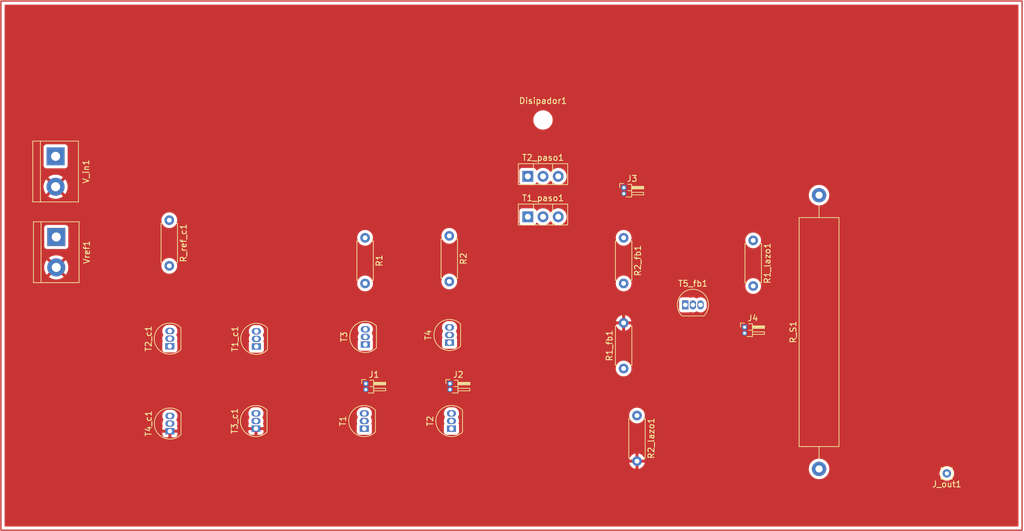
<source format=kicad_pcb>
(kicad_pcb (version 20211014) (generator pcbnew)
  (layers (0 "F.Cu" signal) (31 "B.Cu" signal) (34 "B.Paste" user) (35 "F.Paste" user) (36 "B.SilkS" user "B.Silkscreen") (37 "F.SilkS" user "F.Silkscreen") (38 "B.Mask" user) (39 "F.Mask" user) (44 "Edge.Cuts" user))
  (net 0 "")
  (net 1 "GND")
  (net 2 "Net-(J1-Pad1)")
  (net 3 "Net-(J1-Pad2)")
  (net 4 "Net-(T4-Pad3)")
  (net 5 "Net-(J2-Pad2)")
  (net 6 "Net-(R2_fb1-Pad1)")
  (net 7 "Net-(T2_paso1-Pad2)")
  (net 8 "Net-(J_out1-Pad1)")
  (net 9 "Net-(T5_fb1-Pad1)")
  (net 10 "Net-(T2_paso1-Pad1)")
  (net 11 "Net-(T3-Pad1)")
  (net 12 "Net-(T5_fb1-Pad2)")
  (net 13 "Net-(T2-Pad2)")
  (net 14 "Net-(T4-Pad1)")
  (net 15 "Net-(T1-Pad2)")
  (net 16 "Net-(T1_c1-Pad2)")
  (net 17 "Net-(T1-Pad1)")
  (net 18 "Net-(T1_c1-Pad1)")
  (net 19 "Net-(T2_paso1-Pad3)")
  (net 20 "Net-(T3_c1-Pad2)")
  (footprint "Connector_PinHeader_1.00mm:PinHeader_1x02_P1.00mm_Horizontal" (layer "F.Cu") (at 213.105 118.96)
    (fp_text reference "J4" (at 1.375 -1.5) (layer "F.SilkS"))
    (fp_text value "Conn_01x02_Male")
    (fp_line (start 1.31 -0.21) (end 3.31 -0.21) (layer "F.SilkS") (width 0.12))
    (fp_line (start 1.31 -0.56) (end 1.31 1.56) (layer "F.SilkS") (width 0.12))
    (fp_line (start -0.685 -0.685) (end 0 -0.685) (layer "F.SilkS") (width 0.12))
    (fp_line (start 1.31 -0.03) (end 3.31 -0.03) (layer "F.SilkS") (width 0.12))
    (fp_line (start 1.31 1.56) (end 0.394493 1.56) (layer "F.SilkS") (width 0.12))
    (fp_line (start 1.31 -0.15) (end 3.31 -0.15) (layer "F.SilkS") (width 0.12))
    (fp_line (start 3.31 0.21) (end 1.31 0.21) (layer "F.SilkS") (width 0.12))
    (fp_line (start 0.685 0.5) (end 1.31 0.5) (layer "F.SilkS") (width 0.12))
    (fp_line (start -0.685 0) (end -0.685 -0.685) (layer "F.SilkS") (width 0.12))
    (fp_line (start 0.685 -0.56) (end 1.31 -0.56) (layer "F.SilkS") (width 0.12))
    (fp_line (start 1.31 0.79) (end 3.31 0.79) (layer "F.SilkS") (width 0.12))
    (fp_line (start 1.31 0.09) (end 3.31 0.09) (layer "F.SilkS") (width 0.12))
    (fp_line (start 3.31 0.79) (end 3.31 1.21) (layer "F.SilkS") (width 0.12))
    (fp_line (start 3.31 1.21) (end 1.31 1.21) (layer "F.SilkS") (width 0.12))
    (fp_line (start 3.31 -0.21) (end 3.31 0.21) (layer "F.SilkS") (width 0.12))
    (pad "1" thru_hole rect (at 0 0) (size 0.85 0.85) (drill 0.5) (layers *.Cu *.Mask) (net 8 "Net-(J_out1-Pad1)"))
    (pad "2" thru_hole oval (at 0 1) (size 0.85 0.85) (drill 0.5) (layers *.Cu *.Mask) (net 9 "Net-(T5_fb1-Pad1)"))
  )
  (footprint "Connector_Pin:Pin_D0.7mm_L6.5mm_W1.8mm_FlatFork" (layer "F.Cu") (at 246.85 143.39)
    (fp_text reference "J_out1" (at 0 1.8) (layer "F.SilkS"))
    (fp_text value "Conn_01x01")
    (fp_line (start 0.9 -0.9) (end 0.9 -0.95) (layer "F.SilkS") (width 0.12))
    (fp_line (start 0.9 -0.95) (end -0.95 -0.95) (layer "F.SilkS") (width 0.12))
    (fp_line (start 0.9 0.95) (end 0.9 -0.9) (layer "F.SilkS") (width 0.12))
    (fp_line (start -0.95 0.95) (end 0.9 0.95) (layer "F.SilkS") (width 0.12))
    (fp_line (start -0.95 -0.95) (end -0.95 0.95) (layer "F.SilkS") (width 0.12))
    (pad "1" thru_hole circle (at 0 0) (size 1.4 1.4) (drill 0.7) (layers *.Cu *.Mask) (net 8 "Net-(J_out1-Pad1)"))
  )
  (footprint "Package_TO_SOT_THT:TO-92_Inline" (layer "F.Cu") (at 203.21 115.24)
    (fp_text reference "T5_fb1" (at 1.27 -3.56) (layer "F.SilkS"))
    (fp_text value "2N3904")
    (fp_line (start -0.53 1.85) (end 3.07 1.85) (layer "F.SilkS") (width 0.12))
    (fp_arc (start 1.27 -2.6) (mid 3.672087 -0.994977) (end 3.108478 1.838478) (layer "F.SilkS") (width 0.12))
    (fp_arc (start -0.568478 1.838478) (mid -1.132087 -0.994977) (end 1.27 -2.6) (layer "F.SilkS") (width 0.12))
    (pad "1" thru_hole rect (at 0 0) (size 1.05 1.5) (drill 0.75) (layers *.Cu *.Mask) (net 9 "Net-(T5_fb1-Pad1)"))
    (pad "2" thru_hole oval (at 1.27 0) (size 1.05 1.5) (drill 0.75) (layers *.Cu *.Mask) (net 12 "Net-(T5_fb1-Pad2)"))
    (pad "3" thru_hole oval (at 2.54 0) (size 1.05 1.5) (drill 0.75) (layers *.Cu *.Mask) (net 4 "Net-(T4-Pad3)"))
  )
  (footprint "Package_TO_SOT_THT:TO-92_Inline" (layer "F.Cu") (at 163.87 121.54 90)
    (fp_text reference "T4" (at 1.27 -3.56 90) (layer "F.SilkS"))
    (fp_text value "2N3906")
    (fp_line (start -0.53 1.85) (end 3.07 1.85) (layer "F.SilkS") (width 0.12))
    (fp_arc (start -0.568478 1.838478) (mid -1.132087 -0.994977) (end 1.27 -2.6) (layer "F.SilkS") (width 0.12))
    (fp_arc (start 1.27 -2.6) (mid 3.672087 -0.994977) (end 3.108478 1.838478) (layer "F.SilkS") (width 0.12))
    (pad "1" thru_hole rect (at 0 0 90) (size 1.05 1.5) (drill 0.75) (layers *.Cu *.Mask) (net 14 "Net-(T4-Pad1)"))
    (pad "2" thru_hole oval (at 1.27 0 90) (size 1.05 1.5) (drill 0.75) (layers *.Cu *.Mask) (net 2 "Net-(J1-Pad1)"))
    (pad "3" thru_hole oval (at 2.54 0 90) (size 1.05 1.5) (drill 0.75) (layers *.Cu *.Mask) (net 4 "Net-(T4-Pad3)"))
  )
  (footprint "Resistor_THT:R_Axial_Power_L38.0mm_W6.4mm_P45.72mm" (layer "F.Cu") (at 225.53 142.64 90)
    (fp_text reference "R_S1" (at 22.86 -4.32 90) (layer "F.SilkS"))
    (fp_text value "2")
    (fp_line (start 44.28 0) (end 41.98 0) (layer "F.SilkS") (width 0.12))
    (fp_line (start 41.98 -3.32) (end 3.74 -3.32) (layer "F.SilkS") (width 0.12))
    (fp_line (start 3.74 -3.32) (end 3.74 3.32) (layer "F.SilkS") (width 0.12))
    (fp_line (start 3.74 3.32) (end 41.98 3.32) (layer "F.SilkS") (width 0.12))
    (fp_line (start 41.98 3.32) (end 41.98 -3.32) (layer "F.SilkS") (width 0.12))
    (fp_line (start 1.44 0) (end 3.74 0) (layer "F.SilkS") (width 0.12))
    (pad "1" thru_hole circle (at 0 0 90) (size 2.4 2.4) (drill 1.2) (layers *.Cu *.Mask) (net 6 "Net-(R2_fb1-Pad1)"))
    (pad "2" thru_hole oval (at 45.72 0 90) (size 2.4 2.4) (drill 1.2) (layers *.Cu *.Mask) (net 9 "Net-(T5_fb1-Pad1)"))
  )
  (footprint "Package_TO_SOT_THT:TO-92_Inline" (layer "F.Cu") (at 131.64 122.19 90)
    (fp_text reference "T1_c1" (at 1.27 -3.56 90) (layer "F.SilkS"))
    (fp_text value "2N3904")
    (fp_line (start -0.53 1.85) (end 3.07 1.85) (layer "F.SilkS") (width 0.12))
    (fp_arc (start -0.568478 1.838478) (mid -1.132087 -0.994977) (end 1.27 -2.6) (layer "F.SilkS") (width 0.12))
    (fp_arc (start 1.27 -2.6) (mid 3.672087 -0.994977) (end 3.108478 1.838478) (layer "F.SilkS") (width 0.12))
    (pad "1" thru_hole rect (at 0 0 90) (size 1.05 1.5) (drill 0.75) (layers *.Cu *.Mask) (net 18 "Net-(T1_c1-Pad1)"))
    (pad "2" thru_hole oval (at 1.27 0 90) (size 1.05 1.5) (drill 0.75) (layers *.Cu *.Mask) (net 16 "Net-(T1_c1-Pad2)"))
    (pad "3" thru_hole oval (at 2.54 0 90) (size 1.05 1.5) (drill 0.75) (layers *.Cu *.Mask) (net 17 "Net-(T1-Pad1)"))
  )
  (footprint "Resistor_THT:R_Axial_DIN0207_L6.3mm_D2.5mm_P7.62mm_Horizontal" (layer "F.Cu") (at 192.92 125.87 90)
    (fp_text reference "R1_fb1" (at 3.81 -2.37 90) (layer "F.SilkS"))
    (fp_text value "2.32K")
    (fp_line (start 0.54 1.04) (end 0.54 1.37) (layer "F.SilkS") (width 0.12))
    (fp_line (start 7.08 -1.37) (end 7.08 -1.04) (layer "F.SilkS") (width 0.12))
    (fp_line (start 0.54 1.37) (end 7.08 1.37) (layer "F.SilkS") (width 0.12))
    (fp_line (start 7.08 1.37) (end 7.08 1.04) (layer "F.SilkS") (width 0.12))
    (fp_line (start 0.54 -1.04) (end 0.54 -1.37) (layer "F.SilkS") (width 0.12))
    (fp_line (start 0.54 -1.37) (end 7.08 -1.37) (layer "F.SilkS") (width 0.12))
    (pad "1" thru_hole circle (at 0 0 90) (size 1.6 1.6) (drill 0.8) (layers *.Cu *.Mask) (net 12 "Net-(T5_fb1-Pad2)"))
    (pad "2" thru_hole oval (at 7.62 0 90) (size 1.6 1.6) (drill 0.8) (layers *.Cu *.Mask) (net 1 "GND"))
  )
  (footprint "Package_TO_SOT_THT:TO-126-3_Vertical" (layer "F.Cu") (at 176.93 93.775)
    (fp_text reference "T2_paso1" (at 2.54 -3.12) (layer "F.SilkS"))
    (fp_text value "BD136")
    (fp_line (start -1.58 -2.12) (end -1.58 1.37) (layer "F.SilkS") (width 0.12))
    (fp_line (start 0.94 1.05) (end 0.94 1.37) (layer "F.SilkS") (width 0.12))
    (fp_line (start 4.141 0.54) (end 4.141 1.37) (layer "F.SilkS") (width 0.12))
    (fp_line (start 4.141 -2.12) (end 4.141 -0.54) (layer "F.SilkS") (width 0.12))
    (fp_line (start 0.94 -2.12) (end 0.94 -1.05) (layer "F.SilkS") (width 0.12))
    (fp_line (start -1.58 1.37) (end 6.66 1.37) (layer "F.SilkS") (width 0.12))
    (fp_line (start -1.58 -2.12) (end 6.66 -2.12) (layer "F.SilkS") (width 0.12))
    (fp_line (start 6.66 -2.12) (end 6.66 1.37) (layer "F.SilkS") (width 0.12))
    (pad "1" thru_hole rect (at 0 0) (size 1.8 1.8) (drill 1) (layers *.Cu *.Mask) (net 10 "Net-(T2_paso1-Pad1)"))
    (pad "2" thru_hole oval (at 2.54 0) (size 1.8 1.8) (drill 1) (layers *.Cu *.Mask) (net 7 "Net-(T2_paso1-Pad2)"))
    (pad "3" thru_hole oval (at 5.08 0) (size 1.8 1.8) (drill 1) (layers *.Cu *.Mask) (net 19 "Net-(T2_paso1-Pad3)"))
  )
  (footprint "Resistor_THT:R_Axial_DIN0207_L6.3mm_D2.5mm_P7.62mm_Horizontal" (layer "F.Cu") (at 214.54 104.47 -90)
    (fp_text reference "R1_lazo1" (at 3.81 -2.37 90) (layer "F.SilkS"))
    (fp_text value "100K")
    (fp_line (start 0.54 -1.37) (end 7.08 -1.37) (layer "F.SilkS") (width 0.12))
    (fp_line (start 7.08 1.37) (end 7.08 1.04) (layer "F.SilkS") (width 0.12))
    (fp_line (start 0.54 1.37) (end 7.08 1.37) (layer "F.SilkS") (width 0.12))
    (fp_line (start 7.08 -1.37) (end 7.08 -1.04) (layer "F.SilkS") (width 0.12))
    (fp_line (start 0.54 -1.04) (end 0.54 -1.37) (layer "F.SilkS") (width 0.12))
    (fp_line (start 0.54 1.04) (end 0.54 1.37) (layer "F.SilkS") (width 0.12))
    (pad "1" thru_hole circle (at 0 0 270) (size 1.6 1.6) (drill 0.8) (layers *.Cu *.Mask) (net 8 "Net-(J_out1-Pad1)"))
    (pad "2" thru_hole oval (at 7.62 0 270) (size 1.6 1.6) (drill 0.8) (layers *.Cu *.Mask) (net 13 "Net-(T2-Pad2)"))
  )
  (footprint "Package_TO_SOT_THT:TO-92_Inline" (layer "F.Cu") (at 149.82 121.86 90)
    (fp_text reference "T3" (at 1.27 -3.56 90) (layer "F.SilkS"))
    (fp_text value "2N3906")
    (fp_line (start -0.53 1.85) (end 3.07 1.85) (layer "F.SilkS") (width 0.12))
    (fp_arc (start -0.568478 1.838478) (mid -1.132087 -0.994977) (end 1.27 -2.6) (layer "F.SilkS") (width 0.12))
    (fp_arc (start 1.27 -2.6) (mid 3.672087 -0.994977) (end 3.108478 1.838478) (layer "F.SilkS") (width 0.12))
    (pad "1" thru_hole rect (at 0 0 90) (size 1.05 1.5) (drill 0.75) (layers *.Cu *.Mask) (net 11 "Net-(T3-Pad1)"))
    (pad "2" thru_hole oval (at 1.27 0 90) (size 1.05 1.5) (drill 0.75) (layers *.Cu *.Mask) (net 2 "Net-(J1-Pad1)"))
    (pad "3" thru_hole oval (at 2.54 0 90) (size 1.05 1.5) (drill 0.75) (layers *.Cu *.Mask) (net 2 "Net-(J1-Pad1)"))
  )
  (footprint "Resistor_THT:R_Axial_DIN0207_L6.3mm_D2.5mm_P7.62mm_Horizontal" (layer "F.Cu") (at 149.78 104.04 -90)
    (fp_text reference "R1" (at 3.81 -2.37 90) (layer "F.SilkS"))
    (fp_text value "2.2K")
    (fp_line (start 7.08 -1.37) (end 7.08 -1.04) (layer "F.SilkS") (width 0.12))
    (fp_line (start 0.54 -1.04) (end 0.54 -1.37) (layer "F.SilkS") (width 0.12))
    (fp_line (start 0.54 -1.37) (end 7.08 -1.37) (layer "F.SilkS") (width 0.12))
    (fp_line (start 7.08 1.37) (end 7.08 1.04) (layer "F.SilkS") (width 0.12))
    (fp_line (start 0.54 1.04) (end 0.54 1.37) (layer "F.SilkS") (width 0.12))
    (fp_line (start 0.54 1.37) (end 7.08 1.37) (layer "F.SilkS") (width 0.12))
    (pad "1" thru_hole circle (at 0 0 270) (size 1.6 1.6) (drill 0.8) (layers *.Cu *.Mask) (net 10 "Net-(T2_paso1-Pad1)"))
    (pad "2" thru_hole oval (at 7.62 0 270) (size 1.6 1.6) (drill 0.8) (layers *.Cu *.Mask) (net 11 "Net-(T3-Pad1)"))
  )
  (footprint "Connector_PinHeader_1.00mm:PinHeader_1x02_P1.00mm_Horizontal" (layer "F.Cu") (at 192.955 95.66)
    (fp_text reference "J3" (at 1.375 -1.5) (layer "F.SilkS"))
    (fp_text value "Conn_01x02_Male")
    (fp_line (start 1.31 -0.15) (end 3.31 -0.15) (layer "F.SilkS") (width 0.12))
    (fp_line (start 1.31 1.56) (end 0.394493 1.56) (layer "F.SilkS") (width 0.12))
    (fp_line (start 1.31 -0.03) (end 3.31 -0.03) (layer "F.SilkS") (width 0.12))
    (fp_line (start 0.685 -0.56) (end 1.31 -0.56) (layer "F.SilkS") (width 0.12))
    (fp_line (start 1.31 -0.56) (end 1.31 1.56) (layer "F.SilkS") (width 0.12))
    (fp_line (start 1.31 -0.21) (end 3.31 -0.21) (layer "F.SilkS") (width 0.12))
    (fp_line (start 1.31 0.09) (end 3.31 0.09) (layer "F.SilkS") (width 0.12))
    (fp_line (start 3.31 0.79) (end 3.31 1.21) (layer "F.SilkS") (width 0.12))
    (fp_line (start 3.31 -0.21) (end 3.31 0.21) (layer "F.SilkS") (width 0.12))
    (fp_line (start 3.31 1.21) (end 1.31 1.21) (layer "F.SilkS") (width 0.12))
    (fp_line (start 0.685 0.5) (end 1.31 0.5) (layer "F.SilkS") (width 0.12))
    (fp_line (start -0.685 -0.685) (end 0 -0.685) (layer "F.SilkS") (width 0.12))
    (fp_line (start 3.31 0.21) (end 1.31 0.21) (layer "F.SilkS") (width 0.12))
    (fp_line (start 1.31 0.79) (end 3.31 0.79) (layer "F.SilkS") (width 0.12))
    (fp_line (start -0.685 0) (end -0.685 -0.685) (layer "F.SilkS") (width 0.12))
    (pad "1" thru_hole rect (at 0 0) (size 0.85 0.85) (drill 0.5) (layers *.Cu *.Mask) (net 6 "Net-(R2_fb1-Pad1)"))
    (pad "2" thru_hole oval (at 0 1) (size 0.85 0.85) (drill 0.5) (layers *.Cu *.Mask) (net 7 "Net-(T2_paso1-Pad2)"))
  )
  (footprint "Connector_PinHeader_1.00mm:PinHeader_1x02_P1.00mm_Horizontal" (layer "F.Cu") (at 149.9 128.39)
    (fp_text reference "J1" (at 1.375 -1.5) (layer "F.SilkS"))
    (fp_text value "Conn_01x02_Male")
    (fp_line (start 1.31 -0.15) (end 3.31 -0.15) (layer "F.SilkS") (width 0.12))
    (fp_line (start 0.685 -0.56) (end 1.31 -0.56) (layer "F.SilkS") (width 0.12))
    (fp_line (start 3.31 0.79) (end 3.31 1.21) (layer "F.SilkS") (width 0.12))
    (fp_line (start -0.685 0) (end -0.685 -0.685) (layer "F.SilkS") (width 0.12))
    (fp_line (start -0.685 -0.685) (end 0 -0.685) (layer "F.SilkS") (width 0.12))
    (fp_line (start 1.31 -0.21) (end 3.31 -0.21) (layer "F.SilkS") (width 0.12))
    (fp_line (start 3.31 -0.21) (end 3.31 0.21) (layer "F.SilkS") (width 0.12))
    (fp_line (start 1.31 1.56) (end 0.394493 1.56) (layer "F.SilkS") (width 0.12))
    (fp_line (start 3.31 1.21) (end 1.31 1.21) (layer "F.SilkS") (width 0.12))
    (fp_line (start 1.31 0.09) (end 3.31 0.09) (layer "F.SilkS") (width 0.12))
    (fp_line (start 1.31 -0.56) (end 1.31 1.56) (layer "F.SilkS") (width 0.12))
    (fp_line (start 0.685 0.5) (end 1.31 0.5) (layer "F.SilkS") (width 0.12))
    (fp_line (start 1.31 -0.03) (end 3.31 -0.03) (layer "F.SilkS") (width 0.12))
    (fp_line (start 1.31 0.79) (end 3.31 0.79) (layer "F.SilkS") (width 0.12))
    (fp_line (start 3.31 0.21) (end 1.31 0.21) (layer "F.SilkS") (width 0.12))
    (pad "1" thru_hole rect (at 0 0) (size 0.85 0.85) (drill 0.5) (layers *.Cu *.Mask) (net 2 "Net-(J1-Pad1)"))
    (pad "2" thru_hole oval (at 0 1) (size 0.85 0.85) (drill 0.5) (layers *.Cu *.Mask) (net 3 "Net-(J1-Pad2)"))
  )
  (footprint "Connector_PinHeader_1.00mm:PinHeader_1x02_P1.00mm_Horizontal" (layer "F.Cu") (at 163.95 128.39)
    (fp_text reference "J2" (at 1.375 -1.5) (layer "F.SilkS"))
    (fp_text value "Conn_01x02_Male")
    (fp_line (start 0.685 -0.56) (end 1.31 -0.56) (layer "F.SilkS") (width 0.12))
    (fp_line (start 1.31 1.56) (end 0.394493 1.56) (layer "F.SilkS") (width 0.12))
    (fp_line (start -0.685 -0.685) (end 0 -0.685) (layer "F.SilkS") (width 0.12))
    (fp_line (start -0.685 0) (end -0.685 -0.685) (layer "F.SilkS") (width 0.12))
    (fp_line (start 3.31 0.21) (end 1.31 0.21) (layer "F.SilkS") (width 0.12))
    (fp_line (start 1.31 -0.03) (end 3.31 -0.03) (layer "F.SilkS") (width 0.12))
    (fp_line (start 0.685 0.5) (end 1.31 0.5) (layer "F.SilkS") (width 0.12))
    (fp_line (start 1.31 -0.56) (end 1.31 1.56) (layer "F.SilkS") (width 0.12))
    (fp_line (start 1.31 -0.15) (end 3.31 -0.15) (layer "F.SilkS") (width 0.12))
    (fp_line (start 1.31 0.79) (end 3.31 0.79) (layer "F.SilkS") (width 0.12))
    (fp_line (start 1.31 0.09) (end 3.31 0.09) (layer "F.SilkS") (width 0.12))
    (fp_line (start 3.31 0.79) (end 3.31 1.21) (layer "F.SilkS") (width 0.12))
    (fp_line (start 3.31 1.21) (end 1.31 1.21) (layer "F.SilkS") (width 0.12))
    (fp_line (start 1.31 -0.21) (end 3.31 -0.21) (layer "F.SilkS") (width 0.12))
    (fp_line (start 3.31 -0.21) (end 3.31 0.21) (layer "F.SilkS") (width 0.12))
    (pad "1" thru_hole rect (at 0 0) (size 0.85 0.85) (drill 0.5) (layers *.Cu *.Mask) (net 4 "Net-(T4-Pad3)"))
    (pad "2" thru_hole oval (at 0 1) (size 0.85 0.85) (drill 0.5) (layers *.Cu *.Mask) (net 5 "Net-(J2-Pad2)"))
  )
  (footprint "Resistor_THT:R_Axial_DIN0207_L6.3mm_D2.5mm_P7.62mm_Horizontal" (layer "F.Cu") (at 163.83 103.71 -90)
    (fp_text reference "R2" (at 3.81 -2.37 90) (layer "F.SilkS"))
    (fp_text value "2.2K")
    (fp_line (start 7.08 1.37) (end 7.08 1.04) (layer "F.SilkS") (width 0.12))
    (fp_line (start 0.54 -1.04) (end 0.54 -1.37) (layer "F.SilkS") (width 0.12))
    (fp_line (start 0.54 -1.37) (end 7.08 -1.37) (layer "F.SilkS") (width 0.12))
    (fp_line (start 7.08 -1.37) (end 7.08 -1.04) (layer "F.SilkS") (width 0.12))
    (fp_line (start 0.54 1.04) (end 0.54 1.37) (layer "F.SilkS") (width 0.12))
    (fp_line (start 0.54 1.37) (end 7.08 1.37) (layer "F.SilkS") (width 0.12))
    (pad "1" thru_hole circle (at 0 0 270) (size 1.6 1.6) (drill 0.8) (layers *.Cu *.Mask) (net 10 "Net-(T2_paso1-Pad1)"))
    (pad "2" thru_hole oval (at 7.62 0 270) (size 1.6 1.6) (drill 0.8) (layers *.Cu *.Mask) (net 14 "Net-(T4-Pad1)"))
  )
  (footprint "Package_TO_SOT_THT:TO-126-3_Vertical" (layer "F.Cu") (at 176.93 100.525)
    (fp_text reference "T1_paso1" (at 2.54 -3.12) (layer "F.SilkS"))
    (fp_text value "BD135")
    (fp_line (start -1.58 -2.12) (end 6.66 -2.12) (layer "F.SilkS") (width 0.12))
    (fp_line (start 6.66 -2.12) (end 6.66 1.37) (layer "F.SilkS") (width 0.12))
    (fp_line (start -1.58 -2.12) (end -1.58 1.37) (layer "F.SilkS") (width 0.12))
    (fp_line (start 4.141 -2.12) (end 4.141 -0.54) (layer "F.SilkS") (width 0.12))
    (fp_line (start 0.94 -2.12) (end 0.94 -1.05) (layer "F.SilkS") (width 0.12))
    (fp_line (start 0.94 1.05) (end 0.94 1.37) (layer "F.SilkS") (width 0.12))
    (fp_line (start 4.141 0.54) (end 4.141 1.37) (layer "F.SilkS") (width 0.12))
    (fp_line (start -1.58 1.37) (end 6.66 1.37) (layer "F.SilkS") (width 0.12))
    (pad "1" thru_hole rect (at 0 0) (size 1.8 1.8) (drill 1) (layers *.Cu *.Mask) (net 7 "Net-(T2_paso1-Pad2)"))
    (pad "2" thru_hole oval (at 2.54 0) (size 1.8 1.8) (drill 1) (layers *.Cu *.Mask) (net 19 "Net-(T2_paso1-Pad3)"))
    (pad "3" thru_hole oval (at 5.08 0) (size 1.8 1.8) (drill 1) (layers *.Cu *.Mask) (net 4 "Net-(T4-Pad3)"))
  )
  (footprint "TerminalBlock:TerminalBlock_bornier-2_P5.08mm" (layer "F.Cu") (at 98.25 103.9 -90)
    (fp_text reference "Vref1" (at 2.54 -5.08 90) (layer "F.SilkS"))
    (fp_text value "2.5")
    (fp_line (start -2.54 -3.81) (end -2.54 3.81) (layer "F.SilkS") (width 0.12))
    (fp_line (start 7.62 2.54) (end -2.54 2.54) (layer "F.SilkS") (width 0.12))
    (fp_line (start 7.62 -3.81) (end -2.54 -3.81) (layer "F.SilkS") (width 0.12))
    (fp_line (start -2.54 3.81) (end 7.62 3.81) (layer "F.SilkS") (width 0.12))
    (fp_line (start 7.62 3.81) (end 7.62 -3.81) (layer "F.SilkS") (width 0.12))
    (pad "1" thru_hole rect (at 0 0 270) (size 3 3) (drill 1.52) (layers *.Cu *.Mask) (net 15 "Net-(T1-Pad2)"))
    (pad "2" thru_hole circle (at 5.08 0 270) (size 3 3) (drill 1.52) (layers *.Cu *.Mask) (net 1 "GND"))
  )
  (footprint "Package_TO_SOT_THT:TO-92_Inline" (layer "F.Cu") (at 164.19 135.91 90)
    (fp_text reference "T2" (at 1.27 -3.56 90) (layer "F.SilkS"))
    (fp_text value "2N3904")
    (fp_line (start -0.53 1.85) (end 3.07 1.85) (layer "F.SilkS") (width 0.12))
    (fp_arc (start -0.568478 1.838478) (mid -1.132087 -0.994977) (end 1.27 -2.6) (layer "F.SilkS") (width 0.12))
    (fp_arc (start 1.27 -2.6) (mid 3.672087 -0.994977) (end 3.108478 1.838478) (layer "F.SilkS") (width 0.12))
    (pad "1" thru_hole rect (at 0 0 90) (size 1.05 1.5) (drill 0.75) (layers *.Cu *.Mask) (net 17 "Net-(T1-Pad1)"))
    (pad "2" thru_hole oval (at 1.27 0 90) (size 1.05 1.5) (drill 0.75) (layers *.Cu *.Mask) (net 13 "Net-(T2-Pad2)"))
    (pad "3" thru_hole oval (at 2.54 0 90) (size 1.05 1.5) (drill 0.75) (layers *.Cu *.Mask) (net 5 "Net-(J2-Pad2)"))
  )
  (footprint "Package_TO_SOT_THT:TO-92_Inline" (layer "F.Cu") (at 131.57 135.91 90)
    (fp_text reference "T3_c1" (at 1.27 -3.56 90) (layer "F.SilkS"))
    (fp_text value "2N3904")
    (fp_line (start -0.53 1.85) (end 3.07 1.85) (layer "F.SilkS") (width 0.12))
    (fp_arc (start 1.27 -2.6) (mid 3.672087 -0.994977) (end 3.108478 1.838478) (layer "F.SilkS") (width 0.12))
    (fp_arc (start -0.568478 1.838478) (mid -1.132087 -0.994977) (end 1.27 -2.6) (layer "F.SilkS") (width 0.12))
    (pad "1" thru_hole rect (at 0 0 90) (size 1.05 1.5) (drill 0.75) (layers *.Cu *.Mask) (net 1 "GND"))
    (pad "2" thru_hole oval (at 1.27 0 90) (size 1.05 1.5) (drill 0.75) (layers *.Cu *.Mask) (net 20 "Net-(T3_c1-Pad2)"))
    (pad "3" thru_hole oval (at 2.54 0 90) (size 1.05 1.5) (drill 0.75) (layers *.Cu *.Mask) (net 18 "Net-(T1_c1-Pad1)"))
  )
  (footprint "Resistor_THT:R_Axial_DIN0207_L6.3mm_D2.5mm_P7.62mm_Horizontal" (layer "F.Cu") (at 117.11 101.1 -90)
    (fp_text reference "R_ref_c1" (at 3.81 -2.37 90) (layer "F.SilkS"))
    (fp_text value "5k")
    (fp_line (start 0.54 1.04) (end 0.54 1.37) (layer "F.SilkS") (width 0.12))
    (fp_line (start 0.54 -1.37) (end 7.08 -1.37) (layer "F.SilkS") (width 0.12))
    (fp_line (start 7.08 -1.37) (end 7.08 -1.04) (layer "F.SilkS") (width 0.12))
    (fp_line (start 7.08 1.37) (end 7.08 1.04) (layer "F.SilkS") (width 0.12))
    (fp_line (start 0.54 -1.04) (end 0.54 -1.37) (layer "F.SilkS") (width 0.12))
    (fp_line (start 0.54 1.37) (end 7.08 1.37) (layer "F.SilkS") (width 0.12))
    (pad "1" thru_hole circle (at 0 0 270) (size 1.6 1.6) (drill 0.8) (layers *.Cu *.Mask) (net 15 "Net-(T1-Pad2)"))
    (pad "2" thru_hole oval (at 7.62 0 270) (size 1.6 1.6) (drill 0.8) (layers *.Cu *.Mask) (net 16 "Net-(T1_c1-Pad2)"))
  )
  (footprint "Package_TO_SOT_THT:TO-92_Inline" (layer "F.Cu") (at 149.65 135.91 90)
    (fp_text reference "T1" (at 1.27 -3.56 90) (layer "F.SilkS"))
    (fp_text value "2N3904")
    (fp_line (start -0.53 1.85) (end 3.07 1.85) (layer "F.SilkS") (width 0.12))
    (fp_arc (start 1.27 -2.6) (mid 3.672087 -0.994977) (end 3.108478 1.838478) (layer "F.SilkS") (width 0.12))
    (fp_arc (start -0.568478 1.838478) (mid -1.132087 -0.994977) (end 1.27 -2.6) (layer "F.SilkS") (width 0.12))
    (pad "1" thru_hole rect (at 0 0 90) (size 1.05 1.5) (drill 0.75) (layers *.Cu *.Mask) (net 17 "Net-(T1-Pad1)"))
    (pad "2" thru_hole oval (at 1.27 0 90) (size 1.05 1.5) (drill 0.75) (layers *.Cu *.Mask) (net 15 "Net-(T1-Pad2)"))
    (pad "3" thru_hole oval (at 2.54 0 90) (size 1.05 1.5) (drill 0.75) (layers *.Cu *.Mask) (net 3 "Net-(J1-Pad2)"))
  )
  (footprint "MountingHole:MountingHole_2.2mm_M2" (layer "F.Cu") (at 179.47 84.36)
    (fp_text reference "Disipador1" (at 0 -3.2) (layer "F.SilkS"))
    (fp_text value "Heatsink")
    (pad "" np_thru_hole circle (at 0 0) (size 2.2 2.2) (drill 2.2) (layers *.Cu *.Mask))
  )
  (footprint "Package_TO_SOT_THT:TO-92_Inline" (layer "F.Cu") (at 117.21 136.33 90)
    (fp_text reference "T4_c1" (at 1.27 -3.56 90) (layer "F.SilkS"))
    (fp_text value "2N3904")
    (fp_line (start -0.53 1.85) (end 3.07 1.85) (layer "F.SilkS") (width 0.12))
    (fp_arc (start -0.568478 1.838478) (mid -1.132087 -0.994977) (end 1.27 -2.6) (layer "F.SilkS") (width 0.12))
    (fp_arc (start 1.27 -2.6) (mid 3.672087 -0.994977) (end 3.108478 1.838478) (layer "F.SilkS") (width 0.12))
    (pad "1" thru_hole rect (at 0 0 90) (size 1.05 1.5) (drill 0.75) (layers *.Cu *.Mask) (net 1 "GND"))
    (pad "2" thru_hole oval (at 1.27 0 90) (size 1.05 1.5) (drill 0.75) (layers *.Cu *.Mask) (net 20 "Net-(T3_c1-Pad2)"))
    (pad "3" thru_hole oval (at 2.54 0 90) (size 1.05 1.5) (drill 0.75) (layers *.Cu *.Mask) (net 20 "Net-(T3_c1-Pad2)"))
  )
  (footprint "Resistor_THT:R_Axial_DIN0207_L6.3mm_D2.5mm_P7.62mm_Horizontal" (layer "F.Cu") (at 195.15 133.72 -90)
    (fp_text reference "R2_lazo1" (at 3.81 -2.37 90) (layer "F.SilkS"))
    (fp_text value "100K")
    (fp_line (start 0.54 -1.04) (end 0.54 -1.37) (layer "F.SilkS") (width 0.12))
    (fp_line (start 0.54 -1.37) (end 7.08 -1.37) (layer "F.SilkS") (width 0.12))
    (fp_line (start 7.08 -1.37) (end 7.08 -1.04) (layer "F.SilkS") (width 0.12))
    (fp_line (start 0.54 1.37) (end 7.08 1.37) (layer "F.SilkS") (width 0.12))
    (fp_line (start 7.08 1.37) (end 7.08 1.04) (layer "F.SilkS") (width 0.12))
    (fp_line (start 0.54 1.04) (end 0.54 1.37) (layer "F.SilkS") (width 0.12))
    (pad "1" thru_hole circle (at 0 0 270) (size 1.6 1.6) (drill 0.8) (layers *.Cu *.Mask) (net 13 "Net-(T2-Pad2)"))
    (pad "2" thru_hole oval (at 7.62 0 270) (size 1.6 1.6) (drill 0.8) (layers *.Cu *.Mask) (net 1 "GND"))
  )
  (footprint "TerminalBlock:TerminalBlock_bornier-2_P5.08mm" (layer "F.Cu") (at 98.14 90.43 -90)
    (fp_text reference "V_in1" (at 2.54 -5.08 90) (layer "F.SilkS"))
    (fp_text value "9.5")
    (fp_line (start 7.62 2.54) (end -2.54 2.54) (layer "F.SilkS") (width 0.12))
    (fp_line (start 7.62 -3.81) (end -2.54 -3.81) (layer "F.SilkS") (width 0.12))
    (fp_line (start -2.54 3.81) (end 7.62 3.81) (layer "F.SilkS") (width 0.12))
    (fp_line (start 7.62 3.81) (end 7.62 -3.81) (layer "F.SilkS") (width 0.12))
    (fp_line (start -2.54 -3.81) (end -2.54 3.81) (layer "F.SilkS") (width 0.12))
    (pad "1" thru_hole rect (at 0 0 270) (size 3 3) (drill 1.52) (layers *.Cu *.Mask) (net 10 "Net-(T2_paso1-Pad1)"))
    (pad "2" thru_hole circle (at 5.08 0 270) (size 3 3) (drill 1.52) (layers *.Cu *.Mask) (net 1 "GND"))
  )
  (footprint "Resistor_THT:R_Axial_DIN0207_L6.3mm_D2.5mm_P7.62mm_Horizontal" (layer "F.Cu") (at 192.92 104.04 -90)
    (fp_text reference "R2_fb1" (at 3.81 -2.37 90) (layer "F.SilkS"))
    (fp_text value "1K")
    (fp_line (start 7.08 -1.37) (end 7.08 -1.04) (layer "F.SilkS") (width 0.12))
    (fp_line (start 0.54 1.04) (end 0.54 1.37) (layer "F.SilkS") (width 0.12))
    (fp_line (start 0.54 -1.37) (end 7.08 -1.37) (layer "F.SilkS") (width 0.12))
    (fp_line (start 0.54 1.37) (end 7.08 1.37) (layer "F.SilkS") (width 0.12))
    (fp_line (start 7.08 1.37) (end 7.08 1.04) (layer "F.SilkS") (width 0.12))
    (fp_line (start 0.54 -1.04) (end 0.54 -1.37) (layer "F.SilkS") (width 0.12))
    (pad "1" thru_hole circle (at 0 0 270) (size 1.6 1.6) (drill 0.8) (layers *.Cu *.Mask) (net 6 "Net-(R2_fb1-Pad1)"))
    (pad "2" thru_hole oval (at 7.62 0 270) (size 1.6 1.6) (drill 0.8) (layers *.Cu *.Mask) (net 12 "Net-(T5_fb1-Pad2)"))
  )
  (footprint "Package_TO_SOT_THT:TO-92_Inline" (layer "F.Cu") (at 117.2 122.15 90)
    (fp_text reference "T2_c1" (at 1.27 -3.56 90) (layer "F.SilkS"))
    (fp_text value "2N3904")
    (fp_line (start -0.53 1.85) (end 3.07 1.85) (layer "F.SilkS") (width 0.12))
    (fp_arc (start 1.27 -2.6) (mid 3.672087 -0.994977) (end 3.108478 1.838478) (layer "F.SilkS") (width 0.12))
    (fp_arc (start -0.568478 1.838478) (mid -1.132087 -0.994977) (end 1.27 -2.6) (layer "F.SilkS") (width 0.12))
    (pad "1" thru_hole rect (at 0 0 90) (size 1.05 1.5) (drill 0.75) (layers *.Cu *.Mask) (net 20 "Net-(T3_c1-Pad2)"))
    (pad "2" thru_hole oval (at 1.27 0 90) (size 1.05 1.5) (drill 0.75) (layers *.Cu *.Mask) (net 16 "Net-(T1_c1-Pad2)"))
    (pad "3" thru_hole oval (at 2.54 0 90) (size 1.05 1.5) (drill 0.75) (layers *.Cu *.Mask) (net 16 "Net-(T1_c1-Pad2)"))
  )
  (gr_rect (start 259.41 152.87) (end 89.02 64.49) (layer "F.Cu") (width 0.2) (fill none))
  (zone (net 1) (net_name "GND") (layer "F.Cu") (connect_pads (clearance 0.508)) (min_thickness 0.254) (fill yes (thermal_gap 0.508) (thermal_bridge_width 0.508))
    (polygon (pts (xy 259.57 152.87) (xy 89.35 153.03) (xy 88.861826 64.979337) (xy 259.73 64.32)))
  )
)
</source>
